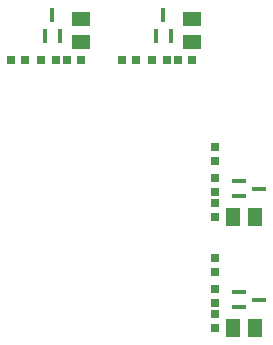
<source format=gbr>
G04 EAGLE Gerber RS-274X export*
G75*
%MOMM*%
%FSLAX34Y34*%
%LPD*%
%INSolderpaste Top*%
%IPPOS*%
%AMOC8*
5,1,8,0,0,1.08239X$1,22.5*%
G01*
%ADD10R,0.457200X1.168400*%
%ADD11R,0.700000X0.800000*%
%ADD12R,1.500000X1.300000*%
%ADD13R,1.168400X0.457200*%
%ADD14R,0.800000X0.700000*%
%ADD15R,1.300000X1.500000*%


D10*
X484800Y361037D03*
X497800Y361037D03*
X491300Y378563D03*
D11*
X456000Y341000D03*
X468000Y341000D03*
D12*
X515200Y356100D03*
X515200Y375100D03*
D11*
X515400Y341000D03*
X503400Y341000D03*
X482000Y341000D03*
X494000Y341000D03*
D10*
X578800Y361037D03*
X591800Y361037D03*
X585300Y378563D03*
D11*
X550000Y341000D03*
X562000Y341000D03*
D12*
X609200Y356100D03*
X609200Y375100D03*
D11*
X609400Y341000D03*
X597400Y341000D03*
X576000Y341000D03*
X588000Y341000D03*
D13*
X649037Y238200D03*
X649037Y225200D03*
X666563Y231700D03*
D14*
X629000Y267000D03*
X629000Y255000D03*
D15*
X644100Y207800D03*
X663100Y207800D03*
D14*
X629000Y207600D03*
X629000Y219600D03*
X629000Y241000D03*
X629000Y229000D03*
D13*
X649037Y144200D03*
X649037Y131200D03*
X666563Y137700D03*
D14*
X629000Y173000D03*
X629000Y161000D03*
D15*
X644100Y113800D03*
X663100Y113800D03*
D14*
X629000Y113600D03*
X629000Y125600D03*
X629000Y147000D03*
X629000Y135000D03*
M02*

</source>
